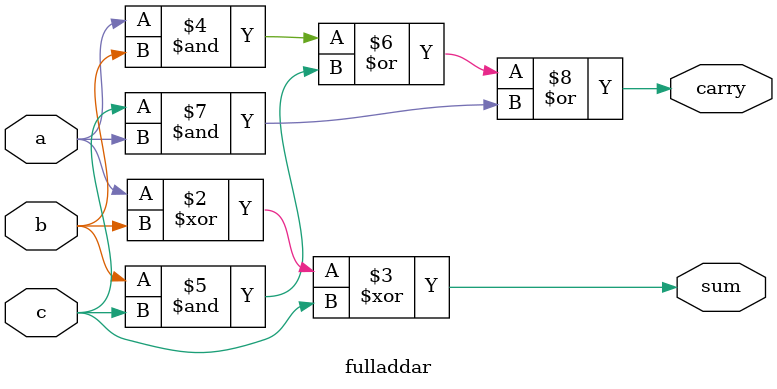
<source format=v>
`timescale 1ns / 1ps


module fulladdar(
    input a,b,c,
    output reg sum,carry
    );
    always@(*)
    begin
    sum = a^b^c;
    carry = (a&b)|(b&c)|(c&a);
    end
endmodule

</source>
